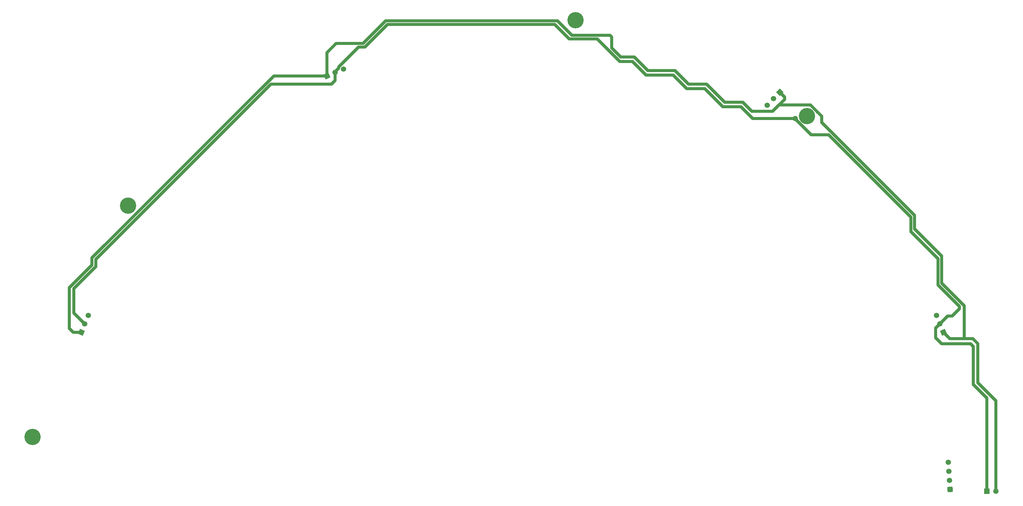
<source format=gbl>
G04*
G04 #@! TF.GenerationSoftware,Altium Limited,Altium Designer,20.1.14 (287)*
G04*
G04 Layer_Physical_Order=2*
G04 Layer_Color=16711680*
%FSLAX24Y24*%
%MOIN*%
G70*
G04*
G04 #@! TF.SameCoordinates,F37E473B-A4F1-4144-8FAB-8DA16429EA7E*
G04*
G04*
G04 #@! TF.FilePolarity,Positive*
G04*
G01*
G75*
%ADD12C,0.0320*%
%ADD13C,0.1800*%
%ADD14P,0.0835X4X157.5*%
%ADD15C,0.0591*%
%ADD16P,0.0835X4X270.0*%
%ADD17P,0.0835X4X67.5*%
%ADD18P,0.0835X4X112.5*%
%ADD19R,0.0591X0.0591*%
%ADD20P,0.0835X4X139.0*%
%ADD21C,0.0591*%
G54D12*
X-44000Y26000D02*
Y26800D01*
X-23883Y46917D02*
X-18024D01*
X-44000Y26800D02*
X-23883Y46917D01*
X-43567Y25833D02*
Y26633D01*
X-24200Y46000D01*
X-17500D01*
X37500Y40400D02*
X46600Y31300D01*
X35559Y40400D02*
X37500D01*
X33800Y42159D02*
Y42200D01*
Y42159D02*
X35559Y40400D01*
X36718Y41782D02*
Y42466D01*
Y41782D02*
X47000Y31500D01*
X35484Y43700D02*
X36237Y42947D01*
X47000Y30000D02*
Y31500D01*
X36237Y42947D02*
Y42947D01*
Y42947D02*
X36718Y42466D01*
X29100Y42200D02*
X33800D01*
X27800Y43500D02*
X29100Y42200D01*
X32000Y43700D02*
X35484D01*
X32617Y44317D02*
Y44583D01*
X32000Y43700D02*
X32617Y44317D01*
X32100Y45100D02*
X32617Y44583D01*
X29000Y43000D02*
X31300D01*
X28000Y44000D02*
X29000Y43000D01*
X31300D02*
X32000Y43700D01*
X25800Y43500D02*
X27800D01*
X46600Y29700D02*
Y31300D01*
X-11500Y53000D02*
X7500D01*
X9100Y51400D01*
X13500Y50000D02*
Y51213D01*
X9100Y51400D02*
X13313D01*
X13500Y51213D01*
X-11300Y52600D02*
X7200D01*
X11900Y51000D02*
X14400Y48500D01*
X7200Y52600D02*
X8800Y51000D01*
X11900D01*
X55000Y1000D02*
Y11300D01*
X53500Y12800D02*
X55000Y11300D01*
X53200Y17300D02*
X53500Y17000D01*
Y12800D02*
Y17000D01*
X50000Y17300D02*
X53200D01*
X49333Y17967D02*
X50000Y17300D01*
X50894Y17865D02*
X52500D01*
X50183Y18576D02*
X50894Y17865D01*
X49333Y19033D02*
X49800Y19500D01*
X49333Y17967D02*
Y19033D01*
X49600Y23800D02*
X51967Y21433D01*
X49800Y19500D02*
X50660Y20360D01*
X51160D01*
X51967Y21167D01*
Y21433D01*
X46600Y29700D02*
X49600Y26700D01*
Y23800D02*
Y26700D01*
X50000Y24000D02*
X52500Y21500D01*
X50000Y24000D02*
Y27000D01*
X47000Y30000D02*
X50000Y27000D01*
X52500Y17865D02*
Y21500D01*
X21800Y45500D02*
X23800D01*
X25800Y43500D01*
X26000Y44000D02*
X28000D01*
X24000Y46000D02*
X26000Y44000D01*
X22000Y46000D02*
X24000D01*
X17300Y47000D02*
X20300D01*
X21800Y45500D01*
X17500Y47500D02*
X20500D01*
X22000Y46000D01*
X14400Y48500D02*
X15800D01*
X17300Y47000D01*
X16000Y49000D02*
X17500Y47500D01*
X14500Y49000D02*
X16000D01*
X13500Y50000D02*
X14500Y49000D01*
X-14000Y50500D02*
X-11500Y53000D01*
X-17000Y50500D02*
X-14000D01*
X-18024Y49476D02*
X-17000Y50500D01*
X-18024Y46917D02*
Y49476D01*
X-13800Y50100D02*
X-11300Y52600D01*
X-14516Y50100D02*
X-13800D01*
X-17100Y47373D02*
X-16711Y47762D01*
Y47904D01*
X-14516Y50100D01*
X-17100Y47300D02*
Y47373D01*
Y46400D02*
Y47300D01*
X-17500Y46000D02*
X-17100Y46400D01*
X-46000Y23400D02*
X-43567Y25833D01*
X-46000Y20700D02*
Y23400D01*
Y20700D02*
X-44800Y19500D01*
X-46076Y18576D02*
X-45183D01*
X-46500Y19000D02*
X-46076Y18576D01*
X-46500Y23500D02*
X-44000Y26000D01*
X-46500Y19000D02*
Y23500D01*
X52500Y17865D02*
X53448D01*
X54000Y13000D02*
Y17313D01*
X53448Y17865D02*
X54000Y17313D01*
Y13000D02*
X56000Y11000D01*
Y1000D02*
Y11000D01*
G54D13*
X-39996Y32576D02*
D03*
X-50580Y7007D02*
D03*
X35097Y42475D02*
D03*
X9486Y53085D02*
D03*
G54D14*
X50183Y18576D02*
D03*
G54D15*
X49800Y19500D02*
D03*
X49417Y20424D02*
D03*
X31393Y44393D02*
D03*
X30686Y43686D02*
D03*
X-17100Y47300D02*
D03*
X-16176Y47683D02*
D03*
X-44800Y19500D02*
D03*
X-44417Y20424D02*
D03*
X56000Y1000D02*
D03*
X50730Y4198D02*
D03*
X50800Y3200D02*
D03*
X50870Y2202D02*
D03*
G54D16*
X32100Y45100D02*
D03*
G54D17*
X-18024Y46917D02*
D03*
G54D18*
X-45183Y18576D02*
D03*
G54D19*
X55000Y1000D02*
D03*
G54D20*
X50940Y1205D02*
D03*
G54D21*
X33800Y42200D02*
D03*
M02*

</source>
